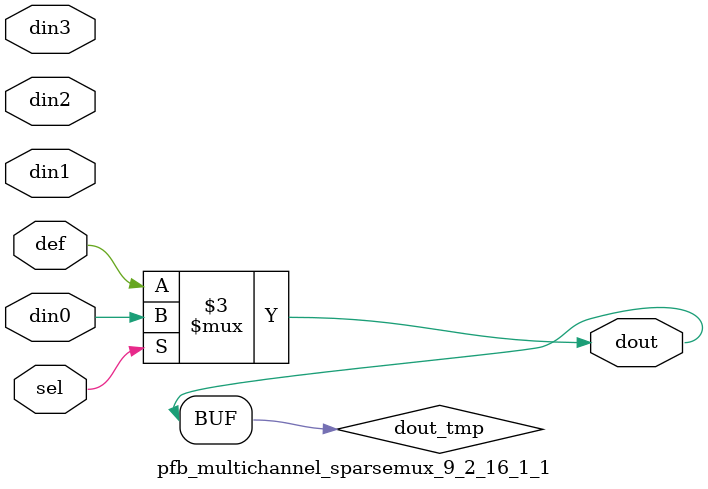
<source format=v>
`timescale 1ns / 1ps

module pfb_multichannel_sparsemux_9_2_16_1_1 (din0,din1,din2,din3,def,sel,dout);

parameter din0_WIDTH = 1;

parameter din1_WIDTH = 1;

parameter din2_WIDTH = 1;

parameter din3_WIDTH = 1;

parameter def_WIDTH = 1;
parameter sel_WIDTH = 1;
parameter dout_WIDTH = 1;

parameter [sel_WIDTH-1:0] CASE0 = 1;

parameter [sel_WIDTH-1:0] CASE1 = 1;

parameter [sel_WIDTH-1:0] CASE2 = 1;

parameter [sel_WIDTH-1:0] CASE3 = 1;

parameter ID = 1;
parameter NUM_STAGE = 1;



input [din0_WIDTH-1:0] din0;

input [din1_WIDTH-1:0] din1;

input [din2_WIDTH-1:0] din2;

input [din3_WIDTH-1:0] din3;

input [def_WIDTH-1:0] def;
input [sel_WIDTH-1:0] sel;

output [dout_WIDTH-1:0] dout;



reg [dout_WIDTH-1:0] dout_tmp;

always @ (*) begin
case (sel)
    
    CASE0 : dout_tmp = din0;
    
    CASE1 : dout_tmp = din1;
    
    CASE2 : dout_tmp = din2;
    
    CASE3 : dout_tmp = din3;
    
    default : dout_tmp = def;
endcase
end


assign dout = dout_tmp;



endmodule

</source>
